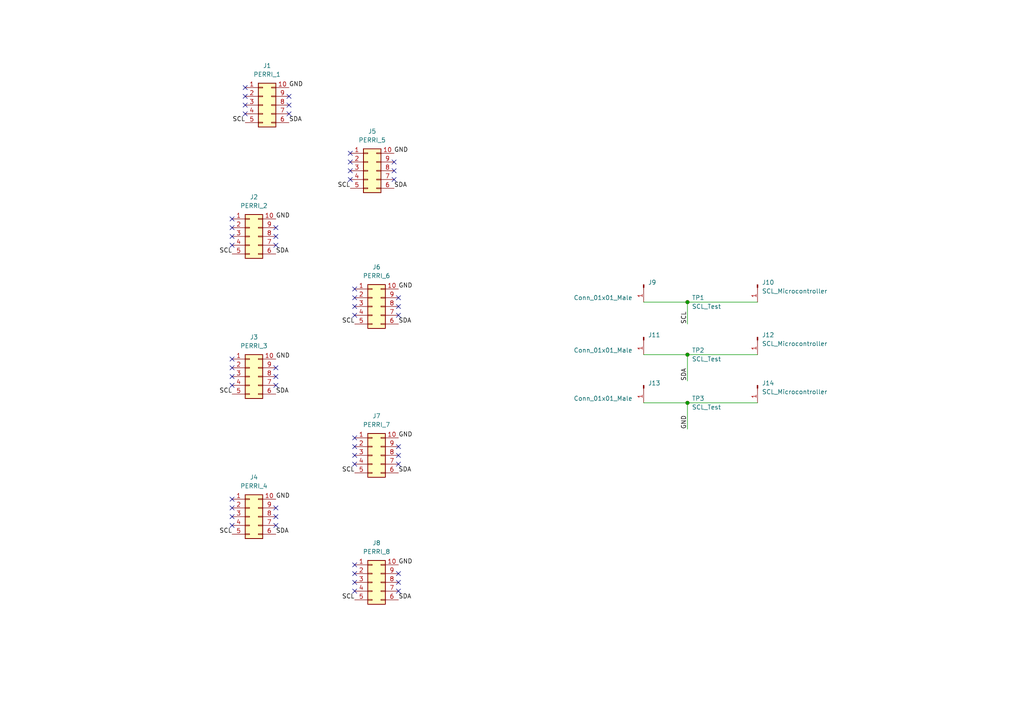
<source format=kicad_sch>
(kicad_sch (version 20211123) (generator eeschema)
  (paper "A4")
  (lib_symbols
    (symbol "Connector:Conn_01x01_Male" (pin_names (offset 1.016) hide)
      (property "Reference" "J" (at 0 2.54 0))
      (property "Value" "Conn_01x01_Male" (at 0 -2.54 0))
      (symbol "Conn_01x01_Male_1_1"
        (polyline (pts (xy 1.27 0) (xy 0.8636 0)) (stroke (width 0.1524)))
        (rectangle (start 0.8636 0.127) (end 0 -0.127) (stroke (width 0.1524)) (fill (type outline)))
        (pin passive line (at 5.08 0 180) (length 3.81) (name "Pin_1") (number "1"))
      )
    )
    (symbol "Connector:TestPoint_Small" (pin_numbers hide) (pin_names (offset 0.762) hide)
      (property "Reference" "TP" (at 0 3.81 0))
      (property "Value" "TestPoint_Small" (at 0 2.032 0))
      (symbol "TestPoint_Small_0_1"
        (circle (center 0 0) (radius 0.508))
      )
      (symbol "TestPoint_Small_1_1"
        (pin passive line (at 0 0 90) (length 0) (name "1") (number "1"))
      )
    )
    (symbol "Connector_Generic:Conn_02x05_Counter_Clockwise" (pin_names (offset 1.016) hide)
      (property "Reference" "J" (at 1.27 7.62 0))
      (property "Value" "Conn_02x05_Counter_Clockwise" (at 1.27 -7.62 0))
      (symbol "Conn_02x05_Counter_Clockwise_1_1"
        (rectangle (start -1.27 -4.953) (end 0 -5.207) (stroke (width 0.1524)))
        (rectangle (start -1.27 -2.413) (end 0 -2.667) (stroke (width 0.1524)))
        (rectangle (start -1.27 0.127) (end 0 -0.127) (stroke (width 0.1524)))
        (rectangle (start -1.27 2.667) (end 0 2.413) (stroke (width 0.1524)))
        (rectangle (start -1.27 5.207) (end 0 4.953) (stroke (width 0.1524)))
        (rectangle (start -1.27 6.35) (end 3.81 -6.35) (stroke (width 0.254)) (fill (type background)))
        (rectangle (start 3.81 -4.953) (end 2.54 -5.207) (stroke (width 0.1524)))
        (rectangle (start 3.81 -2.413) (end 2.54 -2.667) (stroke (width 0.1524)))
        (rectangle (start 3.81 0.127) (end 2.54 -0.127) (stroke (width 0.1524)))
        (rectangle (start 3.81 2.667) (end 2.54 2.413) (stroke (width 0.1524)))
        (rectangle (start 3.81 5.207) (end 2.54 4.953) (stroke (width 0.1524)))
        (pin passive line (at -5.08 5.08 0) (length 3.81) (name "Pin_1") (number "1"))
        (pin passive line (at 7.62 5.08 180) (length 3.81) (name "Pin_10") (number "10"))
        (pin passive line (at -5.08 2.54 0) (length 3.81) (name "Pin_2") (number "2"))
        (pin passive line (at -5.08 0 0) (length 3.81) (name "Pin_3") (number "3"))
        (pin passive line (at -5.08 -2.54 0) (length 3.81) (name "Pin_4") (number "4"))
        (pin passive line (at -5.08 -5.08 0) (length 3.81) (name "Pin_5") (number "5"))
        (pin passive line (at 7.62 -5.08 180) (length 3.81) (name "Pin_6") (number "6"))
        (pin passive line (at 7.62 -2.54 180) (length 3.81) (name "Pin_7") (number "7"))
        (pin passive line (at 7.62 0 180) (length 3.81) (name "Pin_8") (number "8"))
        (pin passive line (at 7.62 2.54 180) (length 3.81) (name "Pin_9") (number "9"))
      )
    )
  )
  (junction (at 199.39 116.84))
  (junction (at 199.39 87.63))
  (junction (at 199.39 102.87))
  (no_connect (at 115.57 171.45))
  (no_connect (at 102.87 86.36))
  (no_connect (at 102.87 166.37))
  (no_connect (at 115.57 134.62))
  (no_connect (at 102.87 129.54))
  (no_connect (at 71.12 30.48))
  (no_connect (at 101.6 46.99))
  (no_connect (at 80.01 66.04))
  (no_connect (at 67.31 109.22))
  (no_connect (at 115.57 91.44))
  (no_connect (at 102.87 134.62))
  (no_connect (at 83.82 30.48))
  (no_connect (at 115.57 166.37))
  (no_connect (at 83.82 33.02))
  (no_connect (at 80.01 149.86))
  (no_connect (at 67.31 66.04))
  (no_connect (at 67.31 149.86))
  (no_connect (at 67.31 63.5))
  (no_connect (at 67.31 144.78))
  (no_connect (at 114.3 46.99))
  (no_connect (at 102.87 132.08))
  (no_connect (at 115.57 168.91))
  (no_connect (at 71.12 33.02))
  (no_connect (at 102.87 127))
  (no_connect (at 80.01 147.32))
  (no_connect (at 102.87 91.44))
  (no_connect (at 115.57 88.9))
  (no_connect (at 114.3 52.07))
  (no_connect (at 102.87 168.91))
  (no_connect (at 67.31 68.58))
  (no_connect (at 80.01 106.68))
  (no_connect (at 101.6 52.07))
  (no_connect (at 101.6 44.45))
  (no_connect (at 80.01 111.76))
  (no_connect (at 80.01 152.4))
  (no_connect (at 102.87 171.45))
  (no_connect (at 67.31 71.12))
  (no_connect (at 67.31 147.32))
  (no_connect (at 67.31 152.4))
  (no_connect (at 67.31 106.68))
  (no_connect (at 102.87 163.83))
  (no_connect (at 114.3 49.53))
  (no_connect (at 102.87 83.82))
  (no_connect (at 80.01 68.58))
  (no_connect (at 83.82 27.94))
  (no_connect (at 115.57 132.08))
  (no_connect (at 67.31 111.76))
  (no_connect (at 67.31 104.14))
  (no_connect (at 80.01 71.12))
  (no_connect (at 80.01 109.22))
  (no_connect (at 102.87 88.9))
  (no_connect (at 71.12 27.94))
  (no_connect (at 115.57 86.36))
  (no_connect (at 115.57 129.54))
  (no_connect (at 71.12 25.4))
  (no_connect (at 101.6 49.53))
  (wire (pts (xy 186.69 116.84) (xy 199.39 116.84)))
  (wire (pts (xy 199.39 87.63) (xy 219.71 87.63)))
  (wire (pts (xy 199.39 110.49) (xy 199.39 102.87)))
  (wire (pts (xy 199.39 102.87) (xy 219.71 102.87)))
  (wire (pts (xy 199.39 124.46) (xy 199.39 116.84)))
  (wire (pts (xy 199.39 116.84) (xy 219.71 116.84)))
  (wire (pts (xy 199.39 93.98) (xy 199.39 87.63)))
  (wire (pts (xy 186.69 87.63) (xy 199.39 87.63)))
  (wire (pts (xy 186.69 102.87) (xy 199.39 102.87)))
  (label "GND" (at 80.01 104.14 0))
  (label "SCL" (at 67.31 73.66 180))
  (label "SDA" (at 80.01 73.66 0))
  (label "SCL" (at 67.31 154.94 180))
  (label "SDA" (at 83.82 35.56 0))
  (label "SDA" (at 199.39 110.49 90))
  (label "SDA" (at 80.01 114.3 0))
  (label "SCL" (at 71.12 35.56 180))
  (label "SCL" (at 102.87 93.98 180))
  (label "SDA" (at 115.57 137.16 0))
  (label "GND" (at 80.01 63.5 0))
  (label "GND" (at 80.01 144.78 0))
  (label "SDA" (at 80.01 154.94 0))
  (label "GND" (at 83.82 25.4 0))
  (label "GND" (at 115.57 127 0))
  (label "SCL" (at 102.87 137.16 180))
  (label "GND" (at 115.57 83.82 0))
  (label "GND" (at 199.39 124.46 90))
  (label "GND" (at 115.57 163.83 0))
  (label "SCL" (at 101.6 54.61 180))
  (label "SCL" (at 199.39 93.98 90))
  (label "SDA" (at 114.3 54.61 0))
  (label "SCL" (at 102.87 173.99 180))
  (label "SCL" (at 67.31 114.3 180))
  (label "GND" (at 114.3 44.45 0))
  (label "SDA" (at 115.57 93.98 0))
  (label "SDA" (at 115.57 173.99 0))
  (symbol (lib_id "Connector:Conn_01x01_Male") (at 186.69 82.55 270) (unit 1)
    (property "Reference" "J9" (at 187.96 81.9149 90) (effects (justify left)))
    (property "Value" "Conn_01x01_Male" (at 166.37 86.36 90) (effects (justify left)))
    (property "Footprint" "Connector_PinHeader_2.54mm:PinHeader_1x01_P2.54mm_Vertical" (effects hide))
  )
  (symbol (lib_id "Connector_Generic:Conn_02x05_Counter_Clockwise") (at 76.2 30.48 0) (unit 1)
    (property "Reference" "J1" (at 77.47 19.05 0))
    (property "Value" "PERRI_1" (at 77.47 21.59 0))
    (property "Footprint" "Connector_PinHeader_2.54mm:PinHeader_2x05_P2.54mm_Vertical" (effects hide))
  )
  (symbol (lib_id "Connector:TestPoint_Small") (at 199.39 87.63 0) (unit 1)
    (property "Reference" "TP1" (at 200.66 86.3599 0) (effects (justify left)))
    (property "Value" "SCL_Test" (at 200.66 88.8999 0) (effects (justify left)))
    (property "Footprint" "TestPoint:TestPoint_Pad_2.5x2.5mm" (effects hide))
  )
  (symbol (lib_id "Connector:Conn_01x01_Male") (at 186.69 97.79 270) (unit 1)
    (property "Reference" "J11" (at 187.96 97.1549 90) (effects (justify left)))
    (property "Value" "Conn_01x01_Male" (at 166.37 101.6 90) (effects (justify left)))
    (property "Footprint" "Connector_PinHeader_2.54mm:PinHeader_1x01_P2.54mm_Vertical" (effects hide))
  )
  (symbol (lib_id "Connector_Generic:Conn_02x05_Counter_Clockwise") (at 72.39 109.22 0) (unit 1)
    (property "Reference" "J3" (at 73.66 97.79 0))
    (property "Value" "PERRI_3" (at 73.66 100.33 0))
    (property "Footprint" "Connector_PinHeader_2.54mm:PinHeader_2x05_P2.54mm_Vertical" (effects hide))
  )
  (symbol (lib_id "Connector:Conn_01x01_Male") (at 219.71 97.79 270) (unit 1)
    (property "Reference" "J12" (at 220.98 97.1549 90) (effects (justify left)))
    (property "Value" "SCL_Microcontroller" (at 220.98 99.6949 90) (effects (justify left)))
    (property "Footprint" "Connector_PinHeader_2.54mm:PinHeader_1x01_P2.54mm_Vertical" (effects hide))
  )
  (symbol (lib_id "Connector_Generic:Conn_02x05_Counter_Clockwise") (at 72.39 149.86 0) (unit 1)
    (property "Reference" "J4" (at 73.66 138.43 0))
    (property "Value" "PERRI_4" (at 73.66 140.97 0))
    (property "Footprint" "Connector_PinHeader_2.54mm:PinHeader_2x05_P2.54mm_Vertical" (effects hide))
  )
  (symbol (lib_id "Connector:TestPoint_Small") (at 199.39 102.87 0) (unit 1)
    (property "Reference" "TP2" (at 200.66 101.5999 0) (effects (justify left)))
    (property "Value" "SCL_Test" (at 200.66 104.1399 0) (effects (justify left)))
    (property "Footprint" "TestPoint:TestPoint_Pad_2.5x2.5mm" (effects hide))
  )
  (symbol (lib_id "Connector:Conn_01x01_Male") (at 219.71 111.76 270) (unit 1)
    (property "Reference" "J14" (at 220.98 111.1249 90) (effects (justify left)))
    (property "Value" "SCL_Microcontroller" (at 220.98 113.6649 90) (effects (justify left)))
    (property "Footprint" "Connector_PinHeader_2.54mm:PinHeader_1x01_P2.54mm_Vertical" (effects hide))
  )
  (symbol (lib_id "Connector_Generic:Conn_02x05_Counter_Clockwise") (at 107.95 168.91 0) (unit 1)
    (property "Reference" "J8" (at 109.22 157.48 0))
    (property "Value" "PERRI_8" (at 109.22 160.02 0))
    (property "Footprint" "Connector_PinHeader_2.54mm:PinHeader_2x05_P2.54mm_Vertical" (effects hide))
  )
  (symbol (lib_id "Connector:TestPoint_Small") (at 199.39 116.84 0) (unit 1)
    (property "Reference" "TP3" (at 200.66 115.5699 0) (effects (justify left)))
    (property "Value" "SCL_Test" (at 200.66 118.1099 0) (effects (justify left)))
    (property "Footprint" "TestPoint:TestPoint_Pad_2.5x2.5mm" (effects hide))
  )
  (symbol (lib_id "Connector_Generic:Conn_02x05_Counter_Clockwise") (at 72.39 68.58 0) (unit 1)
    (property "Reference" "J2" (at 73.66 57.15 0))
    (property "Value" "PERRI_2" (at 73.66 59.69 0))
    (property "Footprint" "Connector_PinHeader_2.54mm:PinHeader_2x05_P2.54mm_Vertical" (effects hide))
  )
  (symbol (lib_id "Connector_Generic:Conn_02x05_Counter_Clockwise") (at 107.95 88.9 0) (unit 1)
    (property "Reference" "J6" (at 109.22 77.47 0))
    (property "Value" "PERRI_6" (at 109.22 80.01 0))
    (property "Footprint" "Connector_PinHeader_2.54mm:PinHeader_2x05_P2.54mm_Vertical" (effects hide))
  )
  (symbol (lib_id "Connector:Conn_01x01_Male") (at 186.69 111.76 270) (unit 1)
    (property "Reference" "J13" (at 187.96 111.1249 90) (effects (justify left)))
    (property "Value" "Conn_01x01_Male" (at 166.37 115.57 90) (effects (justify left)))
    (property "Footprint" "Connector_PinHeader_2.54mm:PinHeader_1x01_P2.54mm_Vertical" (effects hide))
  )
  (symbol (lib_id "Connector_Generic:Conn_02x05_Counter_Clockwise") (at 107.95 132.08 0) (unit 1)
    (property "Reference" "J7" (at 109.22 120.65 0))
    (property "Value" "PERRI_7" (at 109.22 123.19 0))
    (property "Footprint" "Connector_PinHeader_2.54mm:PinHeader_2x05_P2.54mm_Vertical" (effects hide))
  )
  (symbol (lib_id "Connector:Conn_01x01_Male") (at 219.71 82.55 270) (unit 1)
    (property "Reference" "J10" (at 220.98 81.9149 90) (effects (justify left)))
    (property "Value" "SCL_Microcontroller" (at 220.98 84.4549 90) (effects (justify left)))
    (property "Footprint" "Connector_PinHeader_2.54mm:PinHeader_1x01_P2.54mm_Vertical" (effects hide))
  )
  (symbol (lib_id "Connector_Generic:Conn_02x05_Counter_Clockwise") (at 106.68 49.53 0) (unit 1)
    (property "Reference" "J5" (at 107.95 38.1 0))
    (property "Value" "PERRI_5" (at 107.95 40.64 0))
    (property "Footprint" "Connector_PinHeader_2.54mm:PinHeader_2x05_P2.54mm_Vertical" (effects hide))
  )
)
</source>
